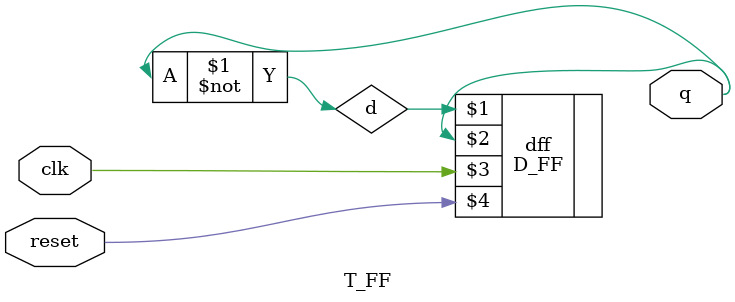
<source format=v>
`include "D_FF.v"
module T_FF(q, clk, reset);
input clk, reset;
output q;
wire d;
	D_FF dff (d, q, clk, reset);
	not n1 (d, q); /* The output q connects to the input d 
					  through a not gate. */
endmodule
</source>
